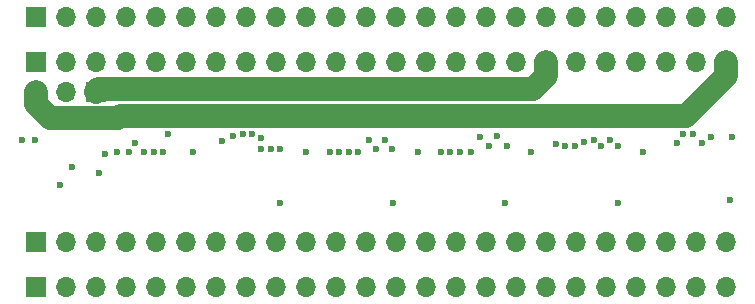
<source format=gbr>
%TF.GenerationSoftware,KiCad,Pcbnew,8.0.1*%
%TF.CreationDate,2024-03-31T10:02:36+09:00*%
%TF.ProjectId,TangNano9k5V,54616e67-4e61-46e6-9f39-6b35562e6b69,rev?*%
%TF.SameCoordinates,Original*%
%TF.FileFunction,Copper,L3,Inr*%
%TF.FilePolarity,Positive*%
%FSLAX46Y46*%
G04 Gerber Fmt 4.6, Leading zero omitted, Abs format (unit mm)*
G04 Created by KiCad (PCBNEW 8.0.1) date 2024-03-31 10:02:36*
%MOMM*%
%LPD*%
G01*
G04 APERTURE LIST*
%TA.AperFunction,ComponentPad*%
%ADD10R,1.700000X1.700000*%
%TD*%
%TA.AperFunction,ComponentPad*%
%ADD11O,1.700000X1.700000*%
%TD*%
%TA.AperFunction,ViaPad*%
%ADD12C,0.600000*%
%TD*%
%TA.AperFunction,Conductor*%
%ADD13C,2.000000*%
%TD*%
%TA.AperFunction,Conductor*%
%ADD14C,1.000000*%
%TD*%
G04 APERTURE END LIST*
D10*
%TO.N,PIN63*%
%TO.C,J3*%
X2540000Y-2540000D03*
D11*
%TO.N,PIN86*%
X5080000Y-2540000D03*
%TO.N,PIN85*%
X7620000Y-2540000D03*
%TO.N,PIN84*%
X10160000Y-2540000D03*
%TO.N,PIN83*%
X12700000Y-2540000D03*
%TO.N,PIN82*%
X15240000Y-2540000D03*
%TO.N,PIN81*%
X17780000Y-2540000D03*
%TO.N,PIN80*%
X20320000Y-2540000D03*
%TO.N,PIN79*%
X22860000Y-2540000D03*
%TO.N,PIN77*%
X25400000Y-2540000D03*
%TO.N,PIN76*%
X27940000Y-2540000D03*
%TO.N,PIN75*%
X30480000Y-2540000D03*
%TO.N,PIN74*%
X33020000Y-2540000D03*
%TO.N,PIN73*%
X35560000Y-2540000D03*
%TO.N,PIN72*%
X38100000Y-2540000D03*
%TO.N,PIN71*%
X40640000Y-2540000D03*
%TO.N,PIN70*%
X43180000Y-2540000D03*
%TO.N,+5V*%
X45720000Y-2540000D03*
%TO.N,PIN48*%
X48260000Y-2540000D03*
%TO.N,PIN49*%
X50800000Y-2540000D03*
%TO.N,PIN31*%
X53340000Y-2540000D03*
%TO.N,PIN32*%
X55880000Y-2540000D03*
%TO.N,GND*%
X58420000Y-2540000D03*
%TO.N,+3.3V*%
X60960000Y-2540000D03*
%TD*%
D10*
%TO.N,+5V*%
%TO.C,J1*%
X7605000Y-8890000D03*
D11*
%TO.N,Net-(J1-Pin_2)*%
X5065000Y-8890000D03*
%TO.N,+3.3V*%
X2525000Y-8890000D03*
%TD*%
D10*
%TO.N,PIN38*%
%TO.C,J2*%
X2540000Y-25400000D03*
D11*
%TO.N,PIN37*%
X5080000Y-25400000D03*
%TO.N,PIN36*%
X7620000Y-25400000D03*
%TO.N,PIN39*%
X10160000Y-25400000D03*
%TO.N,PIN25*%
X12700000Y-25400000D03*
%TO.N,PIN26*%
X15240000Y-25400000D03*
%TO.N,PIN27*%
X17780000Y-25400000D03*
%TO.N,PIN28*%
X20320000Y-25400000D03*
%TO.N,PIN29*%
X22860000Y-25400000D03*
%TO.N,PIN30*%
X25400000Y-25400000D03*
%TO.N,PIN33*%
X27940000Y-25400000D03*
%TO.N,PIN34*%
X30480000Y-25400000D03*
%TO.N,PIN40*%
X33020000Y-25400000D03*
%TO.N,PIN35*%
X35560000Y-25400000D03*
%TO.N,PIN41*%
X38100000Y-25400000D03*
%TO.N,PIN42*%
X40640000Y-25400000D03*
%TO.N,PIN51*%
X43180000Y-25400000D03*
%TO.N,PIN53*%
X45720000Y-25400000D03*
%TO.N,PIN54*%
X48260000Y-25400000D03*
%TO.N,PIN55*%
X50800000Y-25400000D03*
%TO.N,PIN56*%
X53340000Y-25400000D03*
%TO.N,PIN57*%
X55880000Y-25400000D03*
%TO.N,PIN68*%
X58420000Y-25400000D03*
%TO.N,PIN69*%
X60960000Y-25400000D03*
%TD*%
D10*
%TO.N,PIN63_H*%
%TO.C,J5*%
X2540000Y-6350000D03*
D11*
%TO.N,PIN86_H*%
X5080000Y-6350000D03*
%TO.N,PIN85_H*%
X7620000Y-6350000D03*
%TO.N,PIN84_H*%
X10160000Y-6350000D03*
%TO.N,PIN83_H*%
X12700000Y-6350000D03*
%TO.N,PIN82_H*%
X15240000Y-6350000D03*
%TO.N,PIN81_H*%
X17780000Y-6350000D03*
%TO.N,PIN80_H*%
X20320000Y-6350000D03*
%TO.N,PIN79_H*%
X22860000Y-6350000D03*
%TO.N,PIN77_H*%
X25400000Y-6350000D03*
%TO.N,PIN76_H*%
X27940000Y-6350000D03*
%TO.N,PIN75_H*%
X30480000Y-6350000D03*
%TO.N,PIN74_H*%
X33020000Y-6350000D03*
%TO.N,PIN73_H*%
X35560000Y-6350000D03*
%TO.N,PIN72_H*%
X38100000Y-6350000D03*
%TO.N,PIN71_H*%
X40640000Y-6350000D03*
%TO.N,PIN70_H*%
X43180000Y-6350000D03*
%TO.N,+5V*%
X45720000Y-6350000D03*
%TO.N,PIN48_H*%
X48260000Y-6350000D03*
%TO.N,PIN49_H*%
X50800000Y-6350000D03*
%TO.N,PIN31_H*%
X53340000Y-6350000D03*
%TO.N,PIN32_H*%
X55880000Y-6350000D03*
%TO.N,GND*%
X58420000Y-6350000D03*
%TO.N,+3.3V*%
X60960000Y-6350000D03*
%TD*%
D10*
%TO.N,PIN38_H*%
%TO.C,J4*%
X2540000Y-21590000D03*
D11*
%TO.N,PIN37_H*%
X5080000Y-21590000D03*
%TO.N,PIN36_H*%
X7620000Y-21590000D03*
%TO.N,PIN39_H*%
X10160000Y-21590000D03*
%TO.N,PIN25_H*%
X12700000Y-21590000D03*
%TO.N,PIN26_H*%
X15240000Y-21590000D03*
%TO.N,PIN27_H*%
X17780000Y-21590000D03*
%TO.N,PIN28_H*%
X20320000Y-21590000D03*
%TO.N,PIN29_H*%
X22860000Y-21590000D03*
%TO.N,PIN30_H*%
X25400000Y-21590000D03*
%TO.N,PIN33_H*%
X27940000Y-21590000D03*
%TO.N,PIN34_H*%
X30480000Y-21590000D03*
%TO.N,PIN40_H*%
X33020000Y-21590000D03*
%TO.N,PIN35_H*%
X35560000Y-21590000D03*
%TO.N,PIN41_H*%
X38100000Y-21590000D03*
%TO.N,PIN42_H*%
X40640000Y-21590000D03*
%TO.N,PIN51_H*%
X43180000Y-21590000D03*
%TO.N,PIN53_H*%
X45720000Y-21590000D03*
%TO.N,PIN54_H*%
X48260000Y-21590000D03*
%TO.N,PIN55_H*%
X50800000Y-21590000D03*
%TO.N,PIN56_H*%
X53340000Y-21590000D03*
%TO.N,PIN57_H*%
X55880000Y-21590000D03*
%TO.N,PIN68_H*%
X58420000Y-21590000D03*
%TO.N,PIN69_H*%
X60960000Y-21590000D03*
%TD*%
D12*
%TO.N,+3.3V*%
X53086000Y-11176000D03*
X43434000Y-11176000D03*
X34036000Y-11176000D03*
X24384000Y-11176000D03*
X14986000Y-11176000D03*
%TO.N,GND*%
X25400000Y-13970000D03*
X34925000Y-13970000D03*
X13716000Y-12446000D03*
X51816000Y-18288000D03*
X61468000Y-12700000D03*
X4572000Y-16764000D03*
X2474000Y-13015000D03*
X5588000Y-15240000D03*
X53975000Y-13970000D03*
X1331000Y-13015000D03*
X61277500Y-18097500D03*
X23241000Y-18288000D03*
X32766000Y-18288000D03*
X42291000Y-18288000D03*
X15875000Y-13970000D03*
X44450000Y-13970000D03*
%TO.N,PIN86*%
X7874000Y-15748000D03*
%TO.N,PIN85*%
X8382000Y-14132000D03*
%TO.N,PIN84*%
X9398000Y-13970000D03*
%TO.N,PIN83*%
X10414000Y-13970000D03*
%TO.N,PIN82*%
X10922000Y-13208000D03*
%TO.N,PIN81*%
X11720000Y-13970000D03*
%TO.N,PIN80*%
X12520003Y-13970000D03*
%TO.N,PIN79*%
X13320006Y-13970000D03*
%TO.N,PIN77*%
X27432000Y-13970000D03*
%TO.N,PIN76*%
X28232003Y-13970000D03*
%TO.N,PIN75*%
X29032006Y-13970000D03*
%TO.N,PIN74*%
X29829706Y-14030650D03*
%TO.N,PIN73*%
X36830000Y-13970000D03*
%TO.N,PIN72*%
X37630003Y-13970000D03*
%TO.N,PIN71*%
X38430006Y-13970000D03*
%TO.N,PIN70*%
X39370000Y-13970000D03*
%TO.N,PIN48*%
X46600276Y-13326276D03*
%TO.N,PIN49*%
X47375805Y-13522639D03*
%TO.N,PIN31*%
X48172129Y-13446015D03*
%TO.N,PIN32*%
X48915758Y-13151024D03*
%TO.N,PIN38_H*%
X19260619Y-12656619D03*
%TO.N,PIN37_H*%
X20084937Y-12452238D03*
%TO.N,PIN36_H*%
X20884911Y-12445522D03*
%TO.N,PIN39_H*%
X21581684Y-12838601D03*
%TO.N,PIN25_H*%
X21590000Y-13716000D03*
%TO.N,PIN26_H*%
X22414266Y-13740263D03*
%TO.N,PIN27_H*%
X23213788Y-13712540D03*
%TO.N,PIN28_H*%
X30734000Y-12954000D03*
%TO.N,PIN29_H*%
X31344556Y-13724938D03*
%TO.N,PIN30_H*%
X32070001Y-12954000D03*
%TO.N,PIN33_H*%
X32670001Y-13716000D03*
%TO.N,PIN34_H*%
X40132000Y-12700000D03*
%TO.N,PIN40_H*%
X40894000Y-13462000D03*
%TO.N,PIN35_H*%
X41595001Y-12642313D03*
%TO.N,PIN41_H*%
X42418000Y-13462000D03*
%TO.N,PIN42_H*%
X49784000Y-12954000D03*
%TO.N,PIN51_H*%
X50349687Y-13519687D03*
%TO.N,PIN53_H*%
X51120001Y-12954000D03*
%TO.N,PIN54_H*%
X51816000Y-13462000D03*
%TO.N,PIN55_H*%
X56804000Y-13208000D03*
%TO.N,PIN56_H*%
X57344998Y-12446000D03*
%TO.N,PIN57_H*%
X58145001Y-12446000D03*
%TO.N,PIN68_H*%
X58928000Y-13208000D03*
%TO.N,PIN69_H*%
X59690000Y-12700000D03*
%TO.N,PIN63_H*%
X18263291Y-13088261D03*
%TD*%
D13*
%TO.N,+3.3V*%
X2525000Y-9891000D02*
X2525000Y-8890000D01*
X57590081Y-10922000D02*
X9655000Y-10922000D01*
X60960000Y-6350000D02*
X60960000Y-7552081D01*
X3724000Y-11090000D02*
X2525000Y-9891000D01*
X9655000Y-10922000D02*
X9487000Y-11090000D01*
X60960000Y-7552081D02*
X57590081Y-10922000D01*
X9487000Y-11090000D02*
X3724000Y-11090000D01*
%TO.N,+5V*%
X7835000Y-8660000D02*
X44612081Y-8660000D01*
X44612081Y-8660000D02*
X45720000Y-7552081D01*
X7605000Y-8890000D02*
X7835000Y-8660000D01*
X45720000Y-7552081D02*
X45720000Y-6350000D01*
D14*
X7605000Y-8890000D02*
X8035000Y-8460000D01*
%TD*%
M02*

</source>
